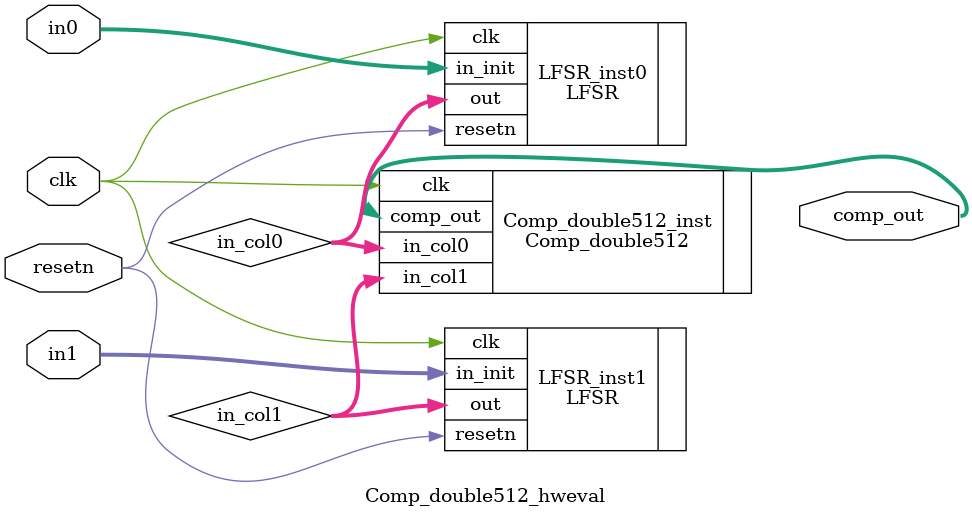
<source format=sv>
`timescale 1ns / 1ps

module Comp_double512_hweval (
    input  logic          clk,
    input  logic          resetn,
    input  logic [15 : 0] in0,
    input  logic [15 : 0] in1,
    output logic [10 : 0] comp_out
    );


    logic [511 : 0] in_col0;
    logic [511 : 0] in_col1;


    LFSR #(.OUT_WIDTH(512))
    LFSR_inst0(
        .clk    (clk    ),
        .resetn (resetn ),
        .in_init(in0    ),
        .out    (in_col0));


    LFSR #(.OUT_WIDTH(512))
    LFSR_inst1(
        .clk    (clk    ),
        .resetn (resetn ),
        .in_init(in1    ),
        .out    (in_col1));


    Comp_double512 Comp_double512_inst (
        .clk     (clk     ),
        .in_col0 (in_col0 ),
        .in_col1 (in_col1 ),
        .comp_out(comp_out));


endmodule
</source>
